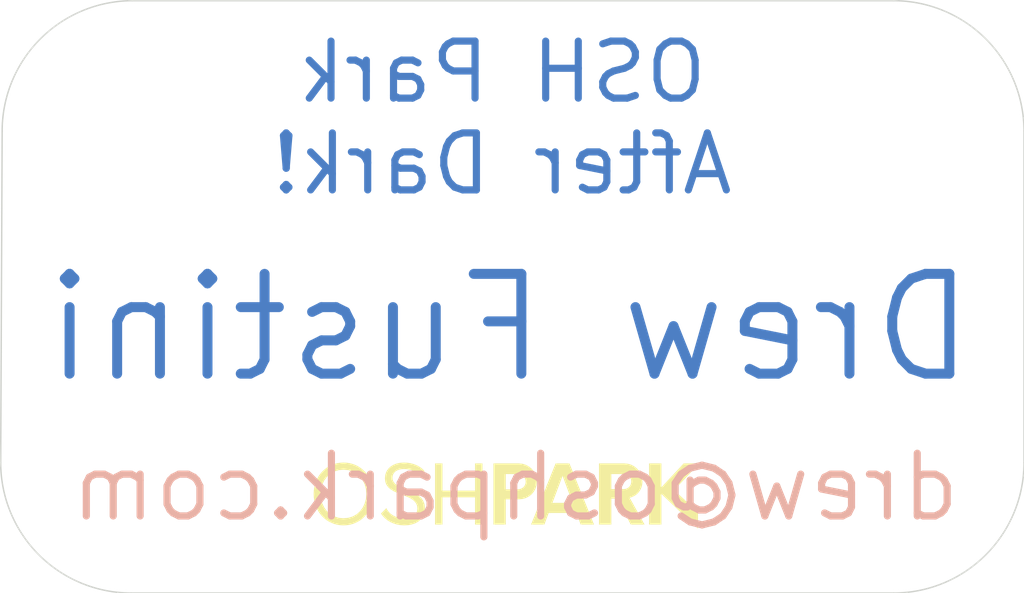
<source format=kicad_pcb>
(kicad_pcb (version 20171130) (host pcbnew 5.1.4-e60b266~84~ubuntu19.04.1)

  (general
    (thickness 1.6)
    (drawings 12)
    (tracks 0)
    (zones 0)
    (modules 1)
    (nets 1)
  )

  (page A4)
  (layers
    (0 F.Cu signal)
    (31 B.Cu signal)
    (32 B.Adhes user)
    (33 F.Adhes user)
    (34 B.Paste user)
    (35 F.Paste user)
    (36 B.SilkS user)
    (37 F.SilkS user)
    (38 B.Mask user)
    (39 F.Mask user)
    (40 Dwgs.User user)
    (41 Cmts.User user)
    (42 Eco1.User user)
    (43 Eco2.User user)
    (44 Edge.Cuts user)
    (45 Margin user)
    (46 B.CrtYd user)
    (47 F.CrtYd user)
    (48 B.Fab user)
    (49 F.Fab user)
  )

  (setup
    (last_trace_width 0.25)
    (trace_clearance 0.2)
    (zone_clearance 0.508)
    (zone_45_only no)
    (trace_min 0.2)
    (via_size 0.8)
    (via_drill 0.4)
    (via_min_size 0.4)
    (via_min_drill 0.3)
    (uvia_size 0.3)
    (uvia_drill 0.1)
    (uvias_allowed no)
    (uvia_min_size 0.2)
    (uvia_min_drill 0.1)
    (edge_width 0.05)
    (segment_width 0.2)
    (pcb_text_width 0.3)
    (pcb_text_size 1.5 1.5)
    (mod_edge_width 0.12)
    (mod_text_size 1 1)
    (mod_text_width 0.15)
    (pad_size 1.524 1.524)
    (pad_drill 0.762)
    (pad_to_mask_clearance 0.051)
    (solder_mask_min_width 0.25)
    (aux_axis_origin 0 0)
    (visible_elements FFFFFF7F)
    (pcbplotparams
      (layerselection 0x010fc_ffffffff)
      (usegerberextensions false)
      (usegerberattributes false)
      (usegerberadvancedattributes false)
      (creategerberjobfile false)
      (excludeedgelayer true)
      (linewidth 0.100000)
      (plotframeref false)
      (viasonmask false)
      (mode 1)
      (useauxorigin false)
      (hpglpennumber 1)
      (hpglpenspeed 20)
      (hpglpendiameter 15.000000)
      (psnegative false)
      (psa4output false)
      (plotreference true)
      (plotvalue true)
      (plotinvisibletext false)
      (padsonsilk false)
      (subtractmaskfromsilk false)
      (outputformat 1)
      (mirror false)
      (drillshape 1)
      (scaleselection 1)
      (outputdirectory ""))
  )

  (net 0 "")

  (net_class Default "This is the default net class."
    (clearance 0.2)
    (trace_width 0.25)
    (via_dia 0.8)
    (via_drill 0.4)
    (uvia_dia 0.3)
    (uvia_drill 0.1)
  )

  (module oshpark:OSH_small_silk (layer F.Cu) (tedit 5DA114BD) (tstamp 5D572782)
    (at 144.4244 71.8312)
    (descr "Imported from OSHPARK.svg")
    (tags svg2mod)
    (attr smd)
    (fp_text reference OSH_small (at 0 -11.457835) (layer F.Cu) hide
      (effects (font (size 1.524 1.524) (thickness 0.3048)))
    )
    (fp_text value G*** (at 0 11.457835) (layer F.Cu) hide
      (effects (font (size 1.524 1.524) (thickness 0.3048)))
    )
    (fp_poly (pts (xy 6.76111 6.120635) (xy 6.20884 6.120635) (xy 5.42765 6.959055) (xy 5.42765 6.120635)
      (xy 4.99557 6.120635) (xy 4.99557 8.266755) (xy 5.42765 8.266755) (xy 5.42765 7.193695)
      (xy 6.7096 8.409835) (xy 6.7096 7.831805) (xy 5.87118 7.056345) (xy 6.76111 6.120635)) (layer F.SilkS) (width 0))
    (fp_poly (pts (xy 4.31659 7.328185) (xy 4.11009 7.022185) (xy 3.67228 7.022185) (xy 3.67228 6.495675)
      (xy 4.11009 6.495675) (xy 4.16319 6.500675) (xy 4.21239 6.515675) (xy 4.25669 6.539575)
      (xy 4.29509 6.571375) (xy 4.32669 6.610075) (xy 4.35039 6.654875) (xy 4.36539 6.704775)
      (xy 4.37039 6.758775) (xy 4.36539 6.812775) (xy 4.35069 6.862675) (xy 4.32729 6.907475)
      (xy 4.29609 6.946175) (xy 4.25789 6.977975) (xy 4.21359 7.001875) (xy 4.16399 7.016875)
      (xy 4.11009 7.021875) (xy 4.11009 7.022185) (xy 4.31659 7.328185) (xy 4.41049 7.296585)
      (xy 4.49619 7.251785) (xy 4.57229 7.194785) (xy 4.63749 7.126585) (xy 4.69049 7.048185)
      (xy 4.72989 6.960585) (xy 4.75449 6.864785) (xy 4.76249 6.761805) (xy 4.74979 6.631575)
      (xy 4.71319 6.510755) (xy 4.65509 6.401815) (xy 4.57799 6.307215) (xy 4.48419 6.229415)
      (xy 4.37621 6.170715) (xy 4.25643 6.133715) (xy 4.12726 6.120815) (xy 3.2402 6.120815)
      (xy 3.2402 8.266935) (xy 3.67228 8.266935) (xy 3.67228 7.356985) (xy 3.88403 7.356985)
      (xy 4.35332 8.266935) (xy 4.83691 8.266935) (xy 4.31612 7.328365) (xy 4.31659 7.328185)) (layer F.SilkS) (width 0))
    (fp_poly (pts (xy 2.59844 8.266755) (xy 1.96319 6.558445) (xy 2.31515 7.505595) (xy 1.60836 7.505595)
      (xy 1.96319 6.558445) (xy 2.59844 8.266755) (xy 3.06487 8.266755) (xy 2.20355 6.120635)
      (xy 1.71996 6.120635) (xy 0.85865 8.266755) (xy 1.32508 8.266755) (xy 1.47674 7.860425)
      (xy 2.44678 7.860425) (xy 2.59844 8.266755)) (layer F.SilkS) (width 0))
    (fp_poly (pts (xy 0.00118 -8.409695) (xy 0.00043 -3.623025) (xy 0.21316 -3.612325) (xy 0.41974 -3.580825)
      (xy 0.61914 -3.529525) (xy 0.81031 -3.459525) (xy 0.99219 -3.371925) (xy 1.16375 -3.267695)
      (xy 1.32394 -3.147905) (xy 1.4717 -3.013605) (xy 1.606 -2.865845) (xy 1.72579 -2.705655)
      (xy 1.83001 -2.534105) (xy 1.91761 -2.352215) (xy 1.98761 -2.161055) (xy 2.03891 -1.961655)
      (xy 2.07041 -1.755065) (xy 2.08111 -1.542335) (xy 2.07041 -1.329495) (xy 2.03891 -1.122805)
      (xy 1.98771 -0.923315) (xy 1.91781 -0.732055) (xy 1.83021 -0.550075) (xy 1.726 -0.378435)
      (xy 1.60622 -0.218175) (xy 1.47192 -0.070335) (xy 1.32415 0.064025) (xy 1.16396 0.183875)
      (xy 0.99238 0.288155) (xy 0.81047 0.375855) (xy 0.61928 0.445855) (xy 0.41984 0.497155)
      (xy 0.21321 0.528655) (xy 0.00043 0.539455) (xy -0.21235 0.528655) (xy -0.41897 0.497155)
      (xy -0.6184 0.445855) (xy -0.80958 0.375855) (xy -0.99147 0.288155) (xy -1.16302 0.183875)
      (xy -1.3232 0.064025) (xy -1.47095 -0.070335) (xy -1.60524 -0.218175) (xy -1.72501 -0.378435)
      (xy -1.82922 -0.550075) (xy -1.91682 -0.732055) (xy -1.98682 -0.923315) (xy -2.03812 -1.122805)
      (xy -2.06962 -1.329495) (xy -2.08032 -1.542335) (xy -2.06962 -1.755065) (xy -2.03812 -1.961655)
      (xy -1.98682 -2.161055) (xy -1.91682 -2.352215) (xy -1.82922 -2.534105) (xy -1.72501 -2.705655)
      (xy -1.60524 -2.865845) (xy -1.47095 -3.013605) (xy -1.3232 -3.147905) (xy -1.16302 -3.267695)
      (xy -0.99147 -3.371925) (xy -0.80958 -3.459525) (xy -0.6184 -3.529525) (xy -0.41897 -3.580825)
      (xy -0.21235 -3.612325) (xy 0.00043 -3.623025) (xy 0.00118 -8.409695) (xy -0.14129 -8.393995)
      (xy -0.2674 -8.349495) (xy -0.378 -8.279795) (xy -0.4739 -8.188495) (xy -0.556 -8.079355)
      (xy -0.6251 -7.956025) (xy -0.6821 -7.822195) (xy -0.7278 -7.681515) (xy -1.04856 -6.462625)
      (xy -1.30304 -6.403425) (xy -1.55293 -6.331225) (xy -2.43795 -7.223815) (xy -2.5541 -7.325575)
      (xy -2.67331 -7.414275) (xy -2.79523 -7.486675) (xy -2.91953 -7.539575) (xy -3.04586 -7.569675)
      (xy -3.17388 -7.573675) (xy -3.30323 -7.548275) (xy -3.43358 -7.490275) (xy -3.54913 -7.405275)
      (xy -3.63603 -7.303485) (xy -3.69693 -7.187695) (xy -3.73433 -7.060655) (xy -3.75073 -6.925095)
      (xy -3.74873 -6.783755) (xy -3.73103 -6.639375) (xy -3.70003 -6.494705) (xy -3.36893 -5.282225)
      (xy -3.55878 -5.102185) (xy -3.73879 -4.912505) (xy -4.95156 -5.242875) (xy -5.10317 -5.273475)
      (xy -5.25088 -5.290975) (xy -5.39277 -5.292975) (xy -5.5269 -5.276575) (xy -5.65135 -5.239375)
      (xy -5.76419 -5.178675) (xy -5.86349 -5.091975) (xy -5.94729 -4.976645) (xy -6.00489 -4.845335)
      (xy -6.02929 -4.713775) (xy -6.02429 -4.583095) (xy -5.99309 -4.454385) (xy -5.93949 -4.328745)
      (xy -5.86709 -4.207285) (xy -5.77959 -4.091105) (xy -5.68049 -3.981305) (xy -4.78848 -3.096875)
      (xy -4.86248 -2.846755) (xy -4.92388 -2.591195) (xy -6.13913 -2.271315) (xy -6.28557 -2.221815)
      (xy -6.42211 -2.163015) (xy -6.54579 -2.093715) (xy -6.65364 -2.012515) (xy -6.74264 -1.918115)
      (xy -6.80994 -1.809295) (xy -6.85244 -1.684715) (xy -6.86724 -1.543065) (xy -6.85154 -1.400675)
      (xy -6.80704 -1.274595) (xy -6.73724 -1.163985) (xy -6.64594 -1.068085) (xy -6.5368 -0.985985)
      (xy -6.41347 -0.916885) (xy -6.27964 -0.859985) (xy -6.13897 -0.814385) (xy -4.92372 -0.494365)
      (xy -4.86232 -0.239235) (xy -4.78842 0.010885) (xy -5.68043 0.895605) (xy -5.78261 1.011585)
      (xy -5.87161 1.130695) (xy -5.94411 1.252585) (xy -5.99701 1.376885) (xy -6.02701 1.503265)
      (xy -6.03101 1.631355) (xy -6.00551 1.760795) (xy -5.94741 1.891235) (xy -5.86251 2.006695)
      (xy -5.76079 2.093495) (xy -5.64502 2.154295) (xy -5.51794 2.191595) (xy -5.38232 2.207995)
      (xy -5.24091 2.205995) (xy -5.09648 2.188395) (xy -4.95178 2.157595) (xy -3.73916 1.826495)
      (xy -3.55915 2.015885) (xy -3.36929 2.196065) (xy -3.70039 3.409125) (xy -3.73109 3.560565)
      (xy -3.74869 3.708175) (xy -3.75069 3.850005) (xy -3.73429 3.984105) (xy -3.69709 4.108515)
      (xy -3.63639 4.221295) (xy -3.54959 4.320495) (xy -3.43416 4.404195) (xy -3.30285 4.461895)
      (xy -3.17132 4.486395) (xy -3.04066 4.481395) (xy -2.91197 4.450195) (xy -2.78636 4.396595)
      (xy -2.66492 4.324295) (xy -2.54876 4.236795) (xy -2.43897 4.137795) (xy -1.55409 3.245195)
      (xy -1.30401 3.319295) (xy -1.0487 3.380995) (xy -0.72882 4.596245) (xy -0.67942 4.742405)
      (xy -0.62072 4.878745) (xy -0.55142 5.002265) (xy -0.47012 5.110005) (xy -0.37562 5.199005)
      (xy -0.26663 5.266305) (xy -0.14183 5.308805) (xy 0.0001 5.323605) (xy 0.1423 5.307905)
      (xy 0.26821 5.263405) (xy 0.37868 5.193705) (xy 0.47448 5.102505) (xy 0.55658 4.993495)
      (xy 0.62568 4.870315) (xy 0.68268 4.736655) (xy 0.72838 4.596185) (xy 1.04825 3.380645)
      (xy 1.30343 3.319445) (xy 1.55379 3.245445) (xy 2.43852 4.137905) (xy 2.55442 4.240085)
      (xy 2.67348 4.329085) (xy 2.79535 4.401685) (xy 2.91965 4.454585) (xy 3.04602 4.484585)
      (xy 3.17409 4.488585) (xy 3.30349 4.462985) (xy 3.43386 4.404785) (xy 3.5493 4.319985)
      (xy 3.6361 4.218365) (xy 3.6969 4.102685) (xy 3.7342 3.975695) (xy 3.7507 3.840155)
      (xy 3.7487 3.698805) (xy 3.7312 3.554415) (xy 3.7006 3.409725) (xy 3.36921 2.196675)
      (xy 3.55866 2.016495) (xy 3.73849 1.827095) (xy 4.95155 2.158195) (xy 5.10316 2.188595)
      (xy 5.25086 2.205995) (xy 5.39274 2.207995) (xy 5.52685 2.191495) (xy 5.65126 2.154195)
      (xy 5.76405 2.093495) (xy 5.86325 2.006695) (xy 5.94695 1.891265) (xy 6.00455 1.759975)
      (xy 6.02895 1.628485) (xy 6.02395 1.497875) (xy 5.99275 1.369255) (xy 5.93915 1.243685)
      (xy 5.86685 1.122265) (xy 5.77935 1.006085) (xy 5.68035 0.896225) (xy 4.78804 0.011495)
      (xy 4.86214 -0.238625) (xy 4.92344 -0.493755) (xy 6.13868 -0.813785) (xy 6.28522 -0.863185)
      (xy 6.42183 -0.921885) (xy 6.54556 -0.991285) (xy 6.65344 -1.072585) (xy 6.74254 -1.167085)
      (xy 6.80984 -1.276075) (xy 6.85244 -1.400845) (xy 6.86724 -1.542705) (xy 6.85194 -1.684715)
      (xy 6.80764 -1.810495) (xy 6.73804 -1.920855) (xy 6.64694 -2.016655) (xy 6.53789 -2.098655)
      (xy 6.41461 -2.167755) (xy 6.2808 -2.224755) (xy 6.14013 -2.270455) (xy 4.92488 -2.590335)
      (xy 4.86358 -2.845855) (xy 4.78948 -3.095735) (xy 5.68179 -3.980895) (xy 5.78395 -4.096695)
      (xy 5.87285 -4.215675) (xy 5.94535 -4.337485) (xy 5.99815 -4.461745) (xy 6.02805 -4.588095)
      (xy 6.03205 -4.716185) (xy 6.00655 -4.845635) (xy 5.94845 -4.976085) (xy 5.86365 -5.091375)
      (xy 5.76206 -5.178075) (xy 5.64641 -5.238875) (xy 5.51943 -5.276175) (xy 5.38387 -5.292675)
      (xy 5.24246 -5.290675) (xy 5.09796 -5.273075) (xy 4.9531 -5.242275) (xy 3.74019 -4.911755)
      (xy 3.5604 -5.101105) (xy 3.3712 -5.281035) (xy 3.70215 -6.493945) (xy 3.73265 -6.645465)
      (xy 3.75005 -6.793085) (xy 3.75205 -6.934915) (xy 3.73565 -7.069005) (xy 3.69835 -7.193445)
      (xy 3.63755 -7.306295) (xy 3.55075 -7.405695) (xy 3.43522 -7.489595) (xy 3.30408 -7.547095)
      (xy 3.17265 -7.571395) (xy 3.04204 -7.566395) (xy 2.91335 -7.535095) (xy 2.78769 -7.481395)
      (xy 2.66618 -7.408995) (xy 2.54992 -7.321595) (xy 2.44003 -7.222795) (xy 1.55545 -6.330485)
      (xy 1.30598 -6.402785) (xy 1.05107 -6.462485) (xy 0.73018 -7.681375) (xy 0.68058 -7.827915)
      (xy 0.62168 -7.964525) (xy 0.55228 -8.088255) (xy 0.47098 -8.196135) (xy 0.37658 -8.285235)
      (xy 0.2677 -8.352535) (xy 0.14304 -8.395035) (xy 0.0013 -8.409835) (xy 0.00118 -8.409695)) (layer F.Mask) (width 0.073847))
    (fp_poly (pts (xy 0.42791 6.120635) (xy -0.02711 6.495535) (xy 0.38781 6.495535) (xy 0.44521 6.500535)
      (xy 0.49851 6.515035) (xy 0.54661 6.538335) (xy 0.58851 6.569635) (xy 0.62301 6.608335)
      (xy 0.64901 6.653735) (xy 0.66541 6.705135) (xy 0.67141 6.761735) (xy 0.66541 6.820135)
      (xy 0.64901 6.872535) (xy 0.62301 6.918535) (xy 0.58851 6.957435) (xy 0.54661 6.988635)
      (xy 0.49851 7.011635) (xy 0.44521 7.025835) (xy 0.38781 7.030835) (xy 0.38781 7.030635)
      (xy -0.02711 7.030635) (xy -0.02711 6.495535) (xy 0.42791 6.120635) (xy -0.45915 6.120635)
      (xy -0.45915 8.266755) (xy -0.02707 8.266755) (xy -0.02707 7.382555) (xy 0.42791 7.382555)
      (xy 0.5579 7.370355) (xy 0.67807 7.335055) (xy 0.78609 7.278855) (xy 0.87969 7.203855)
      (xy 0.95649 7.112155) (xy 1.01419 7.006005) (xy 1.05049 6.887525) (xy 1.06309 6.758845)
      (xy 1.05049 6.630375) (xy 1.01419 6.510655) (xy 0.95649 6.402275) (xy 0.87969 6.307775)
      (xy 0.78609 6.229775) (xy 0.67807 6.170875) (xy 0.5579 6.133675) (xy 0.42791 6.120675)
      (xy 0.42791 6.120635)) (layer F.SilkS) (width 0))
    (fp_poly (pts (xy -1.10433 6.120635) (xy -1.10433 7.076375) (xy -2.24607 7.076375) (xy -2.24607 6.120635)
      (xy -2.50646 6.120635) (xy -2.50646 8.266755) (xy -2.24607 8.266755) (xy -2.24607 7.311015)
      (xy -1.10433 7.311015) (xy -1.10433 8.266755) (xy -0.84394 8.266755) (xy -0.84394 6.120635)
      (xy -1.10433 6.120635)) (layer F.SilkS) (width 0))
    (fp_poly (pts (xy -3.5907 8.295375) (xy -3.44187 8.286375) (xy -3.30406 8.258975) (xy -3.18001 8.212975)
      (xy -3.07241 8.147975) (xy -2.98401 8.063675) (xy -2.91751 7.959725) (xy -2.87561 7.835805)
      (xy -2.86101 7.691555) (xy -2.87691 7.552235) (xy -2.92141 7.434915) (xy -2.98981 7.336615)
      (xy -3.07751 7.254415) (xy -3.17982 7.185415) (xy -3.29208 7.126615) (xy -3.52784 7.027715)
      (xy -3.70664 6.955515) (xy -3.85727 6.872815) (xy -3.91627 6.823915) (xy -3.96127 6.768115)
      (xy -3.98997 6.703915) (xy -4.00007 6.629915) (xy -3.99207 6.554915) (xy -3.96807 6.490615)
      (xy -3.93017 6.436915) (xy -3.88027 6.393515) (xy -3.82017 6.360115) (xy -3.75177 6.336615)
      (xy -3.67677 6.322615) (xy -3.59697 6.317615) (xy -3.50107 6.322615) (xy -3.41297 6.336315)
      (xy -3.33277 6.358215) (xy -3.26037 6.387715) (xy -3.19597 6.424015) (xy -3.13947 6.466415)
      (xy -3.05047 6.566885) (xy -2.87592 6.389475) (xy -2.93462 6.327375) (xy -3.00322 6.270575)
      (xy -3.08132 6.219875) (xy -3.16862 6.176275) (xy -3.26472 6.140775) (xy -3.36936 6.114275)
      (xy -3.48217 6.097675) (xy -3.60284 6.091675) (xy -3.73476 6.100675) (xy -3.85823 6.127675)
      (xy -3.97043 6.172275) (xy -4.06853 6.234275) (xy -4.14973 6.313275) (xy -4.21123 6.408975)
      (xy -4.25023 6.521165) (xy -4.26383 6.649475) (xy -4.24983 6.769025) (xy -4.21043 6.869725)
      (xy -4.14943 6.954225) (xy -4.07063 7.025125) (xy -3.97793 7.085025) (xy -3.87509 7.136525)
      (xy -3.6543 7.224725) (xy -3.4565 7.304325) (xy -3.3666 7.348925) (xy -3.2866 7.399625)
      (xy -3.2195 7.458525) (xy -3.1682 7.527725) (xy -3.1357 7.609325) (xy -3.1249 7.705425)
      (xy -3.1349 7.789025) (xy -3.1618 7.860025) (xy -3.2038 7.918825) (xy -3.2593 7.965825)
      (xy -3.3266 8.001625) (xy -3.404 8.026625) (xy -3.4899 8.041225) (xy -3.5826 8.046225)
      (xy -3.69075 8.039225) (xy -3.79323 8.020125) (xy -3.88863 7.989225) (xy -3.97563 7.947425)
      (xy -4.05283 7.895625) (xy -4.11893 7.834625) (xy -4.17243 7.765125) (xy -4.21203 7.688125)
      (xy -4.40088 7.879845) (xy -4.33778 7.967545) (xy -4.26108 8.047345) (xy -4.17208 8.118045)
      (xy -4.07218 8.178545) (xy -3.96276 8.227645) (xy -3.84518 8.264145) (xy -3.72084 8.286945)
      (xy -3.59109 8.294945) (xy -3.5907 8.295375)) (layer F.SilkS) (width 0))
    (fp_poly (pts (xy -5.71389 8.295375) (xy -5.71389 8.046425) (xy -5.88469 8.029425) (xy -6.03947 7.980425)
      (xy -6.17614 7.902625) (xy -6.29262 7.799265) (xy -6.38682 7.673515) (xy -6.45672 7.528545)
      (xy -6.50022 7.367545) (xy -6.51512 7.193705) (xy -6.50022 7.019865) (xy -6.45672 6.858865)
      (xy -6.38682 6.713895) (xy -6.29262 6.588145) (xy -6.17614 6.484785) (xy -6.03947 6.406985)
      (xy -5.88469 6.357985) (xy -5.71389 6.340985) (xy -5.54238 6.357985) (xy -5.38754 6.406985)
      (xy -5.25128 6.484785) (xy -5.13551 6.588145) (xy -5.04211 6.713895) (xy -4.97301 6.858865)
      (xy -4.93021 7.019865) (xy -4.91551 7.193705) (xy -4.93021 7.367545) (xy -4.97301 7.528545)
      (xy -5.04211 7.673515) (xy -5.13551 7.799265) (xy -5.25128 7.902625) (xy -5.38754 7.980425)
      (xy -5.54238 8.029425) (xy -5.71389 8.046425) (xy -5.71389 8.295375) (xy -5.60215 8.289375)
      (xy -5.49471 8.272675) (xy -5.39197 8.245575) (xy -5.29437 8.208575) (xy -5.20217 8.162275)
      (xy -5.11587 8.107175) (xy -5.03597 8.043775) (xy -4.96277 7.972775) (xy -4.89667 7.894575)
      (xy -4.83807 7.809775) (xy -4.78737 7.718975) (xy -4.74497 7.622675) (xy -4.71127 7.521405)
      (xy -4.68667 7.415745) (xy -4.67167 7.306225) (xy -4.66667 7.193415) (xy -4.67167 7.080595)
      (xy -4.68667 6.971085) (xy -4.71127 6.865415) (xy -4.74497 6.764145) (xy -4.78737 6.667845)
      (xy -4.83807 6.577045) (xy -4.89667 6.492245) (xy -4.96277 6.414045) (xy -5.03597 6.342945)
      (xy -5.11587 6.279545) (xy -5.20217 6.224445) (xy -5.29437 6.178145) (xy -5.39197 6.141145)
      (xy -5.49471 6.114045) (xy -5.60215 6.097345) (xy -5.71389 6.091345) (xy -5.82609 6.097345)
      (xy -5.93388 6.114045) (xy -6.03687 6.141145) (xy -6.13467 6.178145) (xy -6.22687 6.224445)
      (xy -6.31307 6.279545) (xy -6.39297 6.342945) (xy -6.46607 6.414045) (xy -6.53207 6.492245)
      (xy -6.59047 6.577045) (xy -6.64097 6.667845) (xy -6.68317 6.764145) (xy -6.71667 6.865415)
      (xy -6.74107 6.971085) (xy -6.75597 7.080595) (xy -6.76097 7.193415) (xy -6.75597 7.306225)
      (xy -6.74107 7.415745) (xy -6.71667 7.521405) (xy -6.68317 7.622675) (xy -6.64097 7.718975)
      (xy -6.59047 7.809775) (xy -6.53207 7.894575) (xy -6.46607 7.972775) (xy -6.39297 8.043775)
      (xy -6.31307 8.107175) (xy -6.22687 8.162275) (xy -6.13467 8.208575) (xy -6.03687 8.245575)
      (xy -5.93388 8.272675) (xy -5.82609 8.289375) (xy -5.71389 8.295375)) (layer F.SilkS) (width 0))
  )

  (gr_text drew@oshpark.com (at 144.7292 78.7908) (layer B.SilkS) (tstamp 5D57279B)
    (effects (font (size 2.2 2.2) (thickness 0.25)) (justify mirror))
  )
  (gr_text "Drew Fustini" (at 144.526 73.2028) (layer B.Mask) (tstamp 5D570DC8)
    (effects (font (size 3.5 3.5) (thickness 0.35)) (justify mirror))
  )
  (gr_text "Drew Fustini" (at 144.526 73.2028) (layer B.Cu) (tstamp 5D3E808C)
    (effects (font (size 3.5 3.5) (thickness 0.35)) (justify mirror))
  )
  (gr_text "OSH Park\nAfter Dark!" (at 144.272 65.8368) (layer B.Cu) (tstamp 5D570921)
    (effects (font (size 2 2) (thickness 0.25)) (justify mirror))
  )
  (gr_line (start 126.746 66.294) (end 126.6952 77.9272) (layer Edge.Cuts) (width 0.05) (tstamp 5CD3EA20))
  (gr_line (start 157.988 82.4992) (end 131.2672 82.4992) (layer Edge.Cuts) (width 0.05) (tstamp 5CD3EA01))
  (gr_line (start 162.56 66.294) (end 162.56 77.9272) (layer Edge.Cuts) (width 0.05) (tstamp 5CD3E9C1))
  (gr_line (start 131.318 61.722) (end 157.988 61.722) (layer Edge.Cuts) (width 0.05) (tstamp 5CD3E9A9))
  (gr_arc (start 157.988 77.9272) (end 157.988 82.4992) (angle -90) (layer Edge.Cuts) (width 0.05) (tstamp 5CD3E94D))
  (gr_arc (start 131.2672 77.9272) (end 126.6952 77.9272) (angle -90) (layer Edge.Cuts) (width 0.05) (tstamp 5CD3E932))
  (gr_arc (start 131.318 66.294) (end 131.318 61.722) (angle -90) (layer Edge.Cuts) (width 0.05) (tstamp 5CD3E8FE))
  (gr_arc (start 157.988 66.294) (end 162.56 66.294) (angle -90) (layer Edge.Cuts) (width 0.05))

)

</source>
